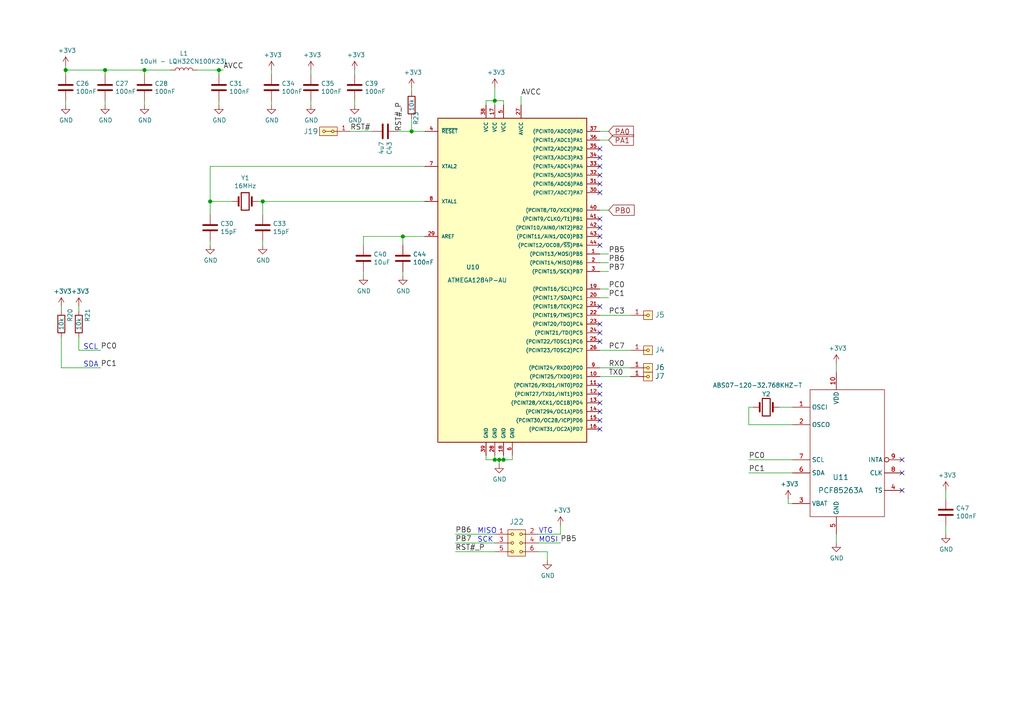
<source format=kicad_sch>
(kicad_sch (version 20201015) (generator eeschema)
  (page 1 3)
  (paper "A4")
  (lib_symbols
    (symbol "Device:Crystal" (pin_numbers hide) (pin_names (offset 1.016) hide)
      (property "Reference" "Y" (at 0 3.81 0))
      (property "Value" "Crystal" (at 0 -3.81 0))
      (symbol "Crystal_0_1"
        (rectangle (start -1.143 2.54) (end 1.143 -2.54) (stroke (width 0.3048)))
        (polyline (pts (xy -2.54 0) (xy -1.905 0)))
        (polyline (pts (xy -1.905 -1.27) (xy -1.905 1.27)) (stroke (width 0.508)))
        (polyline (pts (xy 1.905 -1.27) (xy 1.905 1.27)) (stroke (width 0.508)))
        (polyline (pts (xy 2.54 0) (xy 1.905 0)))
      )
      (symbol "Crystal_1_1"
        (pin passive line (at -3.81 0 0) (length 1.27) (name "1") (number "1"))
        (pin passive line (at 3.81 0 180) (length 1.27) (name "2") (number "2"))
      )
    )
    (symbol "MLAB_HEADER:HEADER_1x01" (pin_names (offset 1.016))
      (property "Reference" "J" (at 0 -2.54 0))
      (property "Value" "HEADER_1x01" (at 0 2.54 0))
      (symbol "HEADER_1x01_0_1"
        (circle (center 0 0) (radius 0.381))
        (rectangle (start -1.27 1.27) (end 1.27 -1.27) (fill (type background)))
        (polyline (pts (xy -1.27 0) (xy -0.381 0)))
      )
      (symbol "HEADER_1x01_1_1"
        (pin input line (at -5.08 0 0) (length 3.81) (name "~") (number "1"))
      )
    )
    (symbol "MLAB_HEADER:HEADER_2x01_PARALLEL" (pin_names (offset 1.016))
      (property "Reference" "J" (at 0 -2.54 0))
      (property "Value" "HEADER_2x01_PARALLEL" (at 0 2.54 0))
      (symbol "HEADER_2x01_PARALLEL_0_1"
        (circle (center -1.27 0) (radius 0.381))
        (circle (center 1.27 0) (radius 0.381))
        (rectangle (start -2.54 1.27) (end 2.54 -1.27) (fill (type background)))
        (polyline (pts (xy -1.651 0) (xy -2.54 0)))
        (polyline (pts (xy -0.889 0) (xy 0.889 0)))
      )
      (symbol "HEADER_2x01_PARALLEL_1_1"
        (pin input line (at -6.35 0 0) (length 3.81) (name "~") (number "1"))
        (pin input line (at -6.35 0 0) (length 3.81) hide (name "~") (number "2"))
      )
    )
    (symbol "MLAB_HEADER:HEADER_2x03" (pin_names (offset 1.016))
      (property "Reference" "J" (at 0 -5.08 0))
      (property "Value" "HEADER_2x03" (at 0 5.08 0))
      (symbol "HEADER_2x03_0_1"
        (circle (center -1.27 2.54) (radius 0.381))
        (circle (center 1.27 2.54) (radius 0.381))
        (circle (center -1.27 0) (radius 0.381))
        (circle (center 1.27 0) (radius 0.381))
        (circle (center -1.27 -2.54) (radius 0.381))
        (circle (center 1.27 -2.54) (radius 0.381))
        (rectangle (start -2.54 3.81) (end 2.54 -3.81) (fill (type background)))
        (polyline (pts (xy -1.651 2.54) (xy -2.54 2.54)))
        (polyline (pts (xy 1.651 2.54) (xy 2.54 2.54)))
        (polyline (pts (xy -1.651 0) (xy -2.54 0)))
        (polyline (pts (xy 1.651 0) (xy 2.54 0)))
        (polyline (pts (xy -1.651 -2.54) (xy -2.54 -2.54)))
        (polyline (pts (xy 1.651 -2.54) (xy 2.54 -2.54)))
      )
      (symbol "HEADER_2x03_1_1"
        (pin input line (at -6.35 2.54 0) (length 3.81) (name "~") (number "1"))
        (pin input line (at 6.35 2.54 180) (length 3.81) (name "~") (number "2"))
        (pin input line (at -6.35 0 0) (length 3.81) (name "~") (number "3"))
        (pin input line (at 6.35 0 180) (length 3.81) (name "~") (number "4"))
        (pin input line (at -6.35 -2.54 0) (length 3.81) (name "~") (number "5"))
        (pin input line (at 6.35 -2.54 180) (length 3.81) (name "~") (number "6"))
      )
    )
    (symbol "MLAB_IO:PCF85263A"
      (property "Reference" "U" (at 5.08 12.7 0))
      (property "Value" "PCF85263A" (at 6.35 8.89 0))
      (symbol "PCF85263A_0_1"
        (rectangle (start -7.62 17.78) (end 13.97 -19.05))
      )
      (symbol "PCF85263A_1_1"
        (pin input line (at -12.7 12.7 0) (length 5.08) (name "OSCI") (number "1"))
        (pin input line (at 0 22.86 270) (length 5.08) (name "VDD") (number "10"))
        (pin input line (at -12.7 7.62 0) (length 5.08) (name "OSCO") (number "2"))
        (pin input line (at -12.7 -15.24 0) (length 5.08) (name "VBAT") (number "3"))
        (pin input line (at 19.05 -11.43 180) (length 5.08) (name "TS") (number "4"))
        (pin input line (at 0 -24.13 90) (length 5.08) (name "GND") (number "5"))
        (pin input line (at -12.7 -6.35 0) (length 5.08) (name "SDA") (number "6"))
        (pin input line (at -12.7 -2.54 0) (length 5.08) (name "SCL") (number "7"))
        (pin input line (at 19.05 -6.35 180) (length 5.08) (name "CLK") (number "8"))
        (pin input inverted (at 19.05 -2.54 180) (length 5.08) (name "INTA") (number "9"))
      )
    )
    (symbol "SPACEDOS01A_PCB01A-rescue:ATMEGA1284P-AU-atmel-DATALOGGER01A-rescue-CCP2019V01A-rescue" (pin_names (offset 1.016))
      (property "Reference" "U" (at -21.59 47.752 0))
      (property "Value" "ATMEGA1284P-AU-atmel-DATALOGGER01A-rescue-CCP2019V01A-rescue" (at 10.16 -49.53 0))
      (symbol "ATMEGA1284P-AU-atmel-DATALOGGER01A-rescue-CCP2019V01A-rescue_0_1"
        (rectangle (start -21.59 46.99) (end 21.59 -46.99) (stroke (width 0.254)) (fill (type background)))
      )
      (symbol "ATMEGA1284P-AU-atmel-DATALOGGER01A-rescue-CCP2019V01A-rescue_1_1"
        (pin bidirectional line (at 25.4 7.62 180) (length 3.81) (name "(PCINT13/MOSI)PB5") (number "1"))
        (pin bidirectional line (at 25.4 -27.94 180) (length 3.81) (name "(PCINT25/TXD0)PD1") (number "10"))
        (pin bidirectional line (at 25.4 -30.48 180) (length 3.81) (name "(PCINT26/RXD1/INT0)PD2") (number "11"))
        (pin bidirectional line (at 25.4 -33.02 180) (length 3.81) (name "(PCINT27/TXD1/INT1)PD3") (number "12"))
        (pin bidirectional line (at 25.4 -35.56 180) (length 3.81) (name "(PCINT28/XCK1/OC1B)PD4") (number "13"))
        (pin bidirectional line (at 25.4 -38.1 180) (length 3.81) (name "(PCINT294/OC1A)PD5") (number "14"))
        (pin bidirectional line (at 25.4 -40.64 180) (length 3.81) (name "(PCINT30/OC2B/ICP)PD6") (number "15"))
        (pin bidirectional line (at 25.4 -43.18 180) (length 3.81) (name "(PCINT31/OC2A)PD7") (number "16"))
        (pin power_in line (at -5.08 50.8 270) (length 3.81) (name "VCC") (number "17"))
        (pin power_in line (at -2.54 -50.8 90) (length 3.81) (name "GND") (number "18"))
        (pin bidirectional line (at 25.4 -2.54 180) (length 3.81) (name "(PCINT16/SCL)PC0") (number "19"))
        (pin bidirectional line (at 25.4 5.08 180) (length 3.81) (name "(PCINT14/MISO)PB6") (number "2"))
        (pin bidirectional line (at 25.4 -5.08 180) (length 3.81) (name "(PCINT17/SDA)PC1") (number "20"))
        (pin bidirectional line (at 25.4 -7.62 180) (length 3.81) (name "(PCINT18/TCK)PC2") (number "21"))
        (pin bidirectional line (at 25.4 -10.16 180) (length 3.81) (name "(PCINT19/TMS)PC3") (number "22"))
        (pin bidirectional line (at 25.4 -12.7 180) (length 3.81) (name "(PCINT20/TDO)PC4") (number "23"))
        (pin bidirectional line (at 25.4 -15.24 180) (length 3.81) (name "(PCINT21/TDI)PC5") (number "24"))
        (pin bidirectional line (at 25.4 -17.78 180) (length 3.81) (name "(PCINT22/TOSC1)PC6") (number "25"))
        (pin bidirectional line (at 25.4 -20.32 180) (length 3.81) (name "(PCINT23/TOSC2)PC7") (number "26"))
        (pin power_in line (at 2.54 50.8 270) (length 3.81) (name "AVCC") (number "27"))
        (pin power_in line (at -5.08 -50.8 90) (length 3.81) (name "GND") (number "28"))
        (pin power_in line (at -25.4 12.7 0) (length 3.81) (name "AREF") (number "29"))
        (pin bidirectional line (at 25.4 2.54 180) (length 3.81) (name "(PCINT15/SCK)PB7") (number "3"))
        (pin bidirectional line (at 25.4 25.4 180) (length 3.81) (name "(PCINT7/ADC7)PA7") (number "30"))
        (pin bidirectional line (at 25.4 27.94 180) (length 3.81) (name "(PCINT6/ADC6)PA6") (number "31"))
        (pin bidirectional line (at 25.4 30.48 180) (length 3.81) (name "(PCINT5/ADC5)PA5") (number "32"))
        (pin bidirectional line (at 25.4 33.02 180) (length 3.81) (name "(PCINT4/ADC4)PA4") (number "33"))
        (pin bidirectional line (at 25.4 35.56 180) (length 3.81) (name "(PCINT3/ADC3)PA3") (number "34"))
        (pin bidirectional line (at 25.4 38.1 180) (length 3.81) (name "(PCINT2/ADC2)PA2") (number "35"))
        (pin bidirectional line (at 25.4 40.64 180) (length 3.81) (name "(PCINT1/ADC1)PA1") (number "36"))
        (pin bidirectional line (at 25.4 43.18 180) (length 3.81) (name "(PCINT0/ADC0)PA0") (number "37"))
        (pin power_in line (at -7.62 50.8 270) (length 3.81) (name "VCC") (number "38"))
        (pin power_in line (at -7.62 -50.8 90) (length 3.81) (name "GND") (number "39"))
        (pin input line (at -25.4 43.18 0) (length 3.81) (name "~RESET") (number "4"))
        (pin bidirectional line (at 25.4 20.32 180) (length 3.81) (name "(PCINT8/T0/XCK)PB0") (number "40"))
        (pin bidirectional line (at 25.4 17.78 180) (length 3.81) (name "(PCINT9/CLKO/T1)PB1") (number "41"))
        (pin bidirectional line (at 25.4 15.24 180) (length 3.81) (name "(PCINT10/AIN0/INT2)PB2") (number "42"))
        (pin bidirectional line (at 25.4 12.7 180) (length 3.81) (name "(PCINT11/AIN1/OC0)PB3") (number "43"))
        (pin bidirectional line (at 25.4 10.16 180) (length 3.81) (name "(PCINT12/OC0B/~SS~)PB4") (number "44"))
        (pin power_in line (at -2.54 50.8 270) (length 3.81) (name "VCC") (number "5"))
        (pin power_in line (at 0 -50.8 90) (length 3.81) (name "GND") (number "6"))
        (pin bidirectional line (at -25.4 33.02 0) (length 3.81) (name "XTAL2") (number "7"))
        (pin bidirectional line (at -25.4 22.86 0) (length 3.81) (name "XTAL1") (number "8"))
        (pin bidirectional line (at 25.4 -25.4 180) (length 3.81) (name "(PCINT24/RXD0)PD0") (number "9"))
      )
    )
    (symbol "SPACEDOS01A_PCB01A-rescue:C-device-DATALOGGER01A-rescue-CCP2019V01A-rescue" (pin_numbers hide) (pin_names (offset 0.254))
      (property "Reference" "C" (at 0.635 2.54 0))
      (property "Value" "C-device-DATALOGGER01A-rescue-CCP2019V01A-rescue" (at 0.635 -2.54 0))
      (symbol "C-device-DATALOGGER01A-rescue-CCP2019V01A-rescue_0_1"
        (polyline (pts (xy -2.032 -0.762) (xy 2.032 -0.762)) (stroke (width 0.508)))
        (polyline (pts (xy -2.032 0.762) (xy 2.032 0.762)) (stroke (width 0.508)))
      )
      (symbol "C-device-DATALOGGER01A-rescue-CCP2019V01A-rescue_1_1"
        (pin passive line (at 0 3.81 270) (length 2.794) (name "~") (number "1"))
        (pin passive line (at 0 -3.81 90) (length 2.794) (name "~") (number "2"))
      )
    )
    (symbol "SPACEDOS01A_PCB01A-rescue:Crystal-device-DATALOGGER01A-rescue-CCP2019V01A-rescue" (pin_numbers hide) (pin_names (offset 1.016) hide)
      (property "Reference" "Y" (at 0 3.81 0))
      (property "Value" "Crystal-device-DATALOGGER01A-rescue-CCP2019V01A-rescue" (at 0 -3.81 0))
      (symbol "Crystal-device-DATALOGGER01A-rescue-CCP2019V01A-rescue_0_1"
        (rectangle (start -1.143 2.54) (end 1.143 -2.54) (stroke (width 0.3048)))
        (polyline (pts (xy -2.54 0) (xy -1.905 0)))
        (polyline (pts (xy -1.905 -1.27) (xy -1.905 1.27)) (stroke (width 0.508)))
        (polyline (pts (xy 1.905 -1.27) (xy 1.905 1.27)) (stroke (width 0.508)))
        (polyline (pts (xy 2.54 0) (xy 1.905 0)))
      )
      (symbol "Crystal-device-DATALOGGER01A-rescue-CCP2019V01A-rescue_1_1"
        (pin passive line (at -3.81 0 0) (length 1.27) (name "1") (number "1"))
        (pin passive line (at 3.81 0 180) (length 1.27) (name "2") (number "2"))
      )
    )
    (symbol "SPACEDOS01A_PCB01A-rescue:L-device-DATALOGGER01A-rescue-CCP2019V01A-rescue" (pin_numbers hide) (pin_names (offset 1.016) hide)
      (property "Reference" "L" (at -1.27 0 90))
      (property "Value" "L-device-DATALOGGER01A-rescue-CCP2019V01A-rescue" (at 1.905 0 90))
      (symbol "L-device-DATALOGGER01A-rescue-CCP2019V01A-rescue_0_1"
        (arc (start 0 -2.54) (end 0 -1.27) (radius (at 0 -1.905) (length 0.635) (angles -89.9 89.9)))
        (arc (start 0 -1.27) (end 0 0) (radius (at 0 -0.635) (length 0.635) (angles -89.9 89.9)))
        (arc (start 0 0) (end 0 1.27) (radius (at 0 0.635) (length 0.635) (angles -89.9 89.9)))
        (arc (start 0 1.27) (end 0 2.54) (radius (at 0 1.905) (length 0.635) (angles -89.9 89.9)))
      )
      (symbol "L-device-DATALOGGER01A-rescue-CCP2019V01A-rescue_1_1"
        (pin passive line (at 0 3.81 270) (length 1.27) (name "1") (number "1"))
        (pin passive line (at 0 -3.81 90) (length 1.27) (name "2") (number "2"))
      )
    )
    (symbol "SPACEDOS01A_PCB01A-rescue:R-device-DATALOGGER01A-rescue-CCP2019V01A-rescue" (pin_numbers hide) (pin_names (offset 0))
      (property "Reference" "R" (at 2.032 0 90))
      (property "Value" "R-device-DATALOGGER01A-rescue-CCP2019V01A-rescue" (at 0 0 90))
      (symbol "R-device-DATALOGGER01A-rescue-CCP2019V01A-rescue_0_1"
        (rectangle (start -1.016 -2.54) (end 1.016 2.54) (stroke (width 0.254)))
      )
      (symbol "R-device-DATALOGGER01A-rescue-CCP2019V01A-rescue_1_1"
        (pin passive line (at 0 3.81 270) (length 1.27) (name "~") (number "1"))
        (pin passive line (at 0 -3.81 90) (length 1.27) (name "~") (number "2"))
      )
    )
    (symbol "power:+3.3V" (power) (pin_names (offset 0))
      (property "Value" "+3.3V" (at 0 3.556 0))
      (symbol "+3.3V_0_1"
        (polyline (pts (xy -0.762 1.27) (xy 0 2.54)))
        (polyline (pts (xy 0 0) (xy 0 2.54)))
        (polyline (pts (xy 0 2.54) (xy 0.762 1.27)))
      )
      (symbol "+3.3V_1_1"
        (pin power_in line (at 0 0 90) (length 0) hide (name "+3V3") (number "1"))
      )
    )
    (symbol "power:GND" (power) (pin_names (offset 0))
      (property "Value" "GND" (at 0 -3.81 0))
      (symbol "GND_0_1"
        (polyline (pts (xy 0 0) (xy 0 -1.27) (xy 1.27 -1.27) (xy 0 -2.54) (xy -1.27 -1.27) (xy 0 -1.27)))
      )
      (symbol "GND_1_1"
        (pin power_in line (at 0 0 270) (length 0) hide (name "GND") (number "1"))
      )
    )
  )
  (junction (at 19.05 20.32) (diameter 1.016))
  (junction (at 30.48 20.32) (diameter 1.016))
  (junction (at 41.91 20.32) (diameter 1.016))
  (junction (at 60.96 58.42) (diameter 1.016))
  (junction (at 63.5 20.32) (diameter 1.016))
  (junction (at 76.2 58.42) (diameter 1.016))
  (junction (at 116.84 68.58) (diameter 1.016))
  (junction (at 119.38 38.1) (diameter 1.016))
  (junction (at 143.51 29.21) (diameter 1.016))
  (junction (at 143.51 133.35) (diameter 1.016))
  (junction (at 144.78 133.35) (diameter 1.016))
  (junction (at 146.05 133.35) (diameter 1.016))
  (no_connect (at 173.99 45.72))
  (no_connect (at 173.99 88.9))
  (no_connect (at 173.99 116.84))
  (no_connect (at 173.99 96.52))
  (no_connect (at 173.99 119.38))
  (no_connect (at 173.99 111.76))
  (no_connect (at 173.99 71.12))
  (no_connect (at 173.99 43.18))
  (no_connect (at 261.62 133.35))
  (no_connect (at 173.99 50.8))
  (no_connect (at 173.99 124.46))
  (no_connect (at 173.99 66.04))
  (no_connect (at 173.99 68.58))
  (no_connect (at 173.99 63.5))
  (no_connect (at 173.99 114.3))
  (no_connect (at 173.99 48.26))
  (no_connect (at 173.99 93.98))
  (no_connect (at 261.62 142.24))
  (no_connect (at 173.99 55.88))
  (no_connect (at 173.99 121.92))
  (no_connect (at 261.62 137.16))
  (no_connect (at 173.99 99.06))
  (no_connect (at 173.99 53.34))
  (wire (pts (xy 17.78 88.9) (xy 17.78 90.17)))
  (wire (pts (xy 17.78 97.79) (xy 17.78 106.68)))
  (wire (pts (xy 17.78 106.68) (xy 29.21 106.68)))
  (wire (pts (xy 19.05 20.32) (xy 19.05 19.05)))
  (wire (pts (xy 19.05 20.32) (xy 30.48 20.32)))
  (wire (pts (xy 19.05 21.59) (xy 19.05 20.32)))
  (wire (pts (xy 19.05 30.48) (xy 19.05 29.21)))
  (wire (pts (xy 22.86 88.9) (xy 22.86 90.17)))
  (wire (pts (xy 22.86 97.79) (xy 22.86 101.6)))
  (wire (pts (xy 22.86 101.6) (xy 29.21 101.6)))
  (wire (pts (xy 30.48 20.32) (xy 41.91 20.32)))
  (wire (pts (xy 30.48 21.59) (xy 30.48 20.32)))
  (wire (pts (xy 30.48 30.48) (xy 30.48 29.21)))
  (wire (pts (xy 41.91 20.32) (xy 49.53 20.32)))
  (wire (pts (xy 41.91 21.59) (xy 41.91 20.32)))
  (wire (pts (xy 41.91 30.48) (xy 41.91 29.21)))
  (wire (pts (xy 57.15 20.32) (xy 63.5 20.32)))
  (wire (pts (xy 60.96 48.26) (xy 60.96 58.42)))
  (wire (pts (xy 60.96 48.26) (xy 123.19 48.26)))
  (wire (pts (xy 60.96 58.42) (xy 60.96 62.23)))
  (wire (pts (xy 60.96 71.12) (xy 60.96 69.85)))
  (wire (pts (xy 63.5 20.32) (xy 63.5 21.59)))
  (wire (pts (xy 63.5 30.48) (xy 63.5 29.21)))
  (wire (pts (xy 64.77 20.32) (xy 63.5 20.32)))
  (wire (pts (xy 67.31 58.42) (xy 60.96 58.42)))
  (wire (pts (xy 76.2 58.42) (xy 74.93 58.42)))
  (wire (pts (xy 76.2 58.42) (xy 76.2 62.23)))
  (wire (pts (xy 76.2 58.42) (xy 123.19 58.42)))
  (wire (pts (xy 76.2 71.12) (xy 76.2 69.85)))
  (wire (pts (xy 78.74 20.32) (xy 78.74 21.59)))
  (wire (pts (xy 78.74 30.48) (xy 78.74 29.21)))
  (wire (pts (xy 90.17 20.32) (xy 90.17 21.59)))
  (wire (pts (xy 90.17 30.48) (xy 90.17 29.21)))
  (wire (pts (xy 101.6 38.1) (xy 107.95 38.1)))
  (wire (pts (xy 102.87 20.32) (xy 102.87 21.59)))
  (wire (pts (xy 102.87 30.48) (xy 102.87 29.21)))
  (wire (pts (xy 105.41 68.58) (xy 105.41 71.12)))
  (wire (pts (xy 105.41 68.58) (xy 116.84 68.58)))
  (wire (pts (xy 105.41 80.01) (xy 105.41 78.74)))
  (wire (pts (xy 115.57 38.1) (xy 119.38 38.1)))
  (wire (pts (xy 116.84 68.58) (xy 123.19 68.58)))
  (wire (pts (xy 116.84 71.12) (xy 116.84 68.58)))
  (wire (pts (xy 116.84 80.01) (xy 116.84 78.74)))
  (wire (pts (xy 119.38 26.67) (xy 119.38 25.4)))
  (wire (pts (xy 119.38 34.29) (xy 119.38 38.1)))
  (wire (pts (xy 119.38 38.1) (xy 123.19 38.1)))
  (wire (pts (xy 132.08 154.94) (xy 143.51 154.94)))
  (wire (pts (xy 132.08 157.48) (xy 143.51 157.48)))
  (wire (pts (xy 132.08 160.02) (xy 143.51 160.02)))
  (wire (pts (xy 140.97 29.21) (xy 143.51 29.21)))
  (wire (pts (xy 140.97 30.48) (xy 140.97 29.21)))
  (wire (pts (xy 140.97 132.08) (xy 140.97 133.35)))
  (wire (pts (xy 140.97 133.35) (xy 143.51 133.35)))
  (wire (pts (xy 143.51 29.21) (xy 143.51 25.4)))
  (wire (pts (xy 143.51 29.21) (xy 146.05 29.21)))
  (wire (pts (xy 143.51 30.48) (xy 143.51 29.21)))
  (wire (pts (xy 143.51 132.08) (xy 143.51 133.35)))
  (wire (pts (xy 143.51 133.35) (xy 144.78 133.35)))
  (wire (pts (xy 144.78 133.35) (xy 146.05 133.35)))
  (wire (pts (xy 144.78 134.62) (xy 144.78 133.35)))
  (wire (pts (xy 146.05 29.21) (xy 146.05 30.48)))
  (wire (pts (xy 146.05 132.08) (xy 146.05 133.35)))
  (wire (pts (xy 146.05 133.35) (xy 148.59 133.35)))
  (wire (pts (xy 148.59 133.35) (xy 148.59 132.08)))
  (wire (pts (xy 151.13 30.48) (xy 151.13 27.94)))
  (wire (pts (xy 156.21 154.94) (xy 162.56 154.94)))
  (wire (pts (xy 156.21 157.48) (xy 162.56 157.48)))
  (wire (pts (xy 156.21 160.02) (xy 158.75 160.02)))
  (wire (pts (xy 158.75 160.02) (xy 158.75 162.56)))
  (wire (pts (xy 162.56 154.94) (xy 162.56 152.4)))
  (wire (pts (xy 173.99 38.1) (xy 176.53 38.1)))
  (wire (pts (xy 173.99 40.64) (xy 176.53 40.64)))
  (wire (pts (xy 173.99 60.96) (xy 176.53 60.96)))
  (wire (pts (xy 173.99 73.66) (xy 176.53 73.66)))
  (wire (pts (xy 173.99 76.2) (xy 176.53 76.2)))
  (wire (pts (xy 173.99 78.74) (xy 176.53 78.74)))
  (wire (pts (xy 173.99 83.82) (xy 176.53 83.82)))
  (wire (pts (xy 173.99 86.36) (xy 176.53 86.36)))
  (wire (pts (xy 173.99 91.44) (xy 182.88 91.44)))
  (wire (pts (xy 173.99 101.6) (xy 182.88 101.6)))
  (wire (pts (xy 173.99 106.68) (xy 182.88 106.68)))
  (wire (pts (xy 173.99 109.22) (xy 182.88 109.22)))
  (wire (pts (xy 217.17 118.11) (xy 217.17 123.19)))
  (wire (pts (xy 217.17 123.19) (xy 229.87 123.19)))
  (wire (pts (xy 217.17 137.16) (xy 229.87 137.16)))
  (wire (pts (xy 218.44 118.11) (xy 217.17 118.11)))
  (wire (pts (xy 228.6 144.78) (xy 228.6 146.05)))
  (wire (pts (xy 228.6 146.05) (xy 229.87 146.05)))
  (wire (pts (xy 229.87 118.11) (xy 226.06 118.11)))
  (wire (pts (xy 229.87 133.35) (xy 217.17 133.35)))
  (wire (pts (xy 242.57 107.95) (xy 242.57 105.41)))
  (wire (pts (xy 242.57 157.48) (xy 242.57 154.94)))
  (wire (pts (xy 274.32 142.24) (xy 274.32 144.78)))
  (wire (pts (xy 274.32 152.4) (xy 274.32 154.94)))
  (text "SCL" (at 24.13 101.6 0) (effects (font (size 1.524 1.524)) (justify left bottom)))
  (text "SDA" (at 24.13 106.68 0) (effects (font (size 1.524 1.524)) (justify left bottom)))
  (text "MISO" (at 138.43 154.94 0) (effects (font (size 1.524 1.524)) (justify left bottom)))
  (text "SCK" (at 138.43 157.48 0) (effects (font (size 1.524 1.524)) (justify left bottom)))
  (text "VTG" (at 156.21 154.94 0) (effects (font (size 1.524 1.524)) (justify left bottom)))
  (text "MOSI" (at 156.21 157.48 0) (effects (font (size 1.524 1.524)) (justify left bottom)))
  (label "PC0" (at 29.21 101.6 0) (effects (font (size 1.524 1.524))))
  (label "PC1" (at 29.21 106.68 0) (effects (font (size 1.524 1.524))))
  (label "AVCC" (at 64.77 20.32 0) (effects (font (size 1.524 1.524))))
  (label "RST#" (at 101.6 38.1 0) (effects (font (size 1.524 1.524))))
  (label "RST#_P" (at 116.84 38.1 90) (effects (font (size 1.524 1.524))))
  (label "PB6" (at 132.08 154.94 0) (effects (font (size 1.524 1.524))))
  (label "PB7" (at 132.08 157.48 0) (effects (font (size 1.524 1.524))))
  (label "RST#_P" (at 132.08 160.02 0) (effects (font (size 1.524 1.524))))
  (label "AVCC" (at 151.13 27.94 0) (effects (font (size 1.524 1.524))))
  (label "PB5" (at 162.56 157.48 0) (effects (font (size 1.524 1.524))))
  (label "PB5" (at 176.53 73.66 0) (effects (font (size 1.524 1.524))))
  (label "PB6" (at 176.53 76.2 0) (effects (font (size 1.524 1.524))))
  (label "PB7" (at 176.53 78.74 0) (effects (font (size 1.524 1.524))))
  (label "PC0" (at 176.53 83.82 0) (effects (font (size 1.524 1.524))))
  (label "PC1" (at 176.53 86.36 0) (effects (font (size 1.524 1.524))))
  (label "PC3" (at 176.53 91.44 0) (effects (font (size 1.524 1.524))))
  (label "PC7" (at 176.53 101.6 0) (effects (font (size 1.524 1.524))))
  (label "RX0" (at 176.53 106.68 0) (effects (font (size 1.524 1.524))))
  (label "TX0" (at 176.53 109.22 0) (effects (font (size 1.524 1.524))))
  (label "PC0" (at 217.17 133.35 0) (effects (font (size 1.524 1.524))))
  (label "PC1" (at 217.17 137.16 0) (effects (font (size 1.524 1.524))))
  (global_label "PA0" (shape input) (at 176.53 38.1 0) (effects (font (size 1.524 1.524))))
  (global_label "PA1" (shape input) (at 176.53 40.64 0) (effects (font (size 1.524 1.524))))
  (global_label "PB0" (shape input) (at 176.53 60.96 0) (effects (font (size 1.524 1.524))))
  (symbol (lib_id "power:+3.3V") (at 17.78 88.9 0) (unit 1)
    (property "Reference" "#PWR0146" (effects hide))
    (property "Value" "+3.3V" (at 18.161 84.5058 0))
  )
  (symbol (lib_id "power:+3.3V") (at 19.05 19.05 0) (unit 1)
    (property "Reference" "#PWR0118" (effects hide))
    (property "Value" "+3.3V" (at 19.431 14.6558 0))
  )
  (symbol (lib_id "power:+3.3V") (at 22.86 88.9 0) (unit 1)
    (property "Reference" "#PWR0147" (effects hide))
    (property "Value" "+3.3V" (at 23.241 84.5058 0))
  )
  (symbol (lib_id "power:+3.3V") (at 78.74 20.32 0) (unit 1)
    (property "Reference" "#PWR0120" (effects hide))
    (property "Value" "+3.3V" (at 79.121 15.9258 0))
  )
  (symbol (lib_id "power:+3.3V") (at 90.17 20.32 0) (unit 1)
    (property "Reference" "#PWR0130" (effects hide))
    (property "Value" "+3.3V" (at 90.551 15.9258 0))
  )
  (symbol (lib_id "power:+3.3V") (at 102.87 20.32 0) (unit 1)
    (property "Reference" "#PWR0131" (effects hide))
    (property "Value" "+3.3V" (at 103.251 15.9258 0))
  )
  (symbol (lib_id "power:+3.3V") (at 119.38 25.4 0) (unit 1)
    (property "Reference" "#PWR0132" (effects hide))
    (property "Value" "+3.3V" (at 119.761 21.0058 0))
  )
  (symbol (lib_id "power:+3.3V") (at 143.51 25.4 0) (unit 1)
    (property "Reference" "#PWR0135" (effects hide))
    (property "Value" "+3.3V" (at 143.891 21.0058 0))
  )
  (symbol (lib_id "power:+3.3V") (at 162.56 152.4 0) (unit 1)
    (property "Reference" "#PWR0145" (effects hide))
    (property "Value" "+3.3V" (at 162.941 148.0058 0))
  )
  (symbol (lib_id "power:+3.3V") (at 228.6 144.78 0) (unit 1)
    (property "Reference" "#PWR0108" (effects hide))
    (property "Value" "+3.3V" (at 228.981 140.3858 0))
  )
  (symbol (lib_id "power:+3.3V") (at 242.57 105.41 0) (unit 1)
    (property "Reference" "#PWR0143" (effects hide))
    (property "Value" "+3.3V" (at 242.951 101.0158 0))
  )
  (symbol (lib_id "power:+3.3V") (at 274.32 142.24 0) (unit 1)
    (property "Reference" "#PWR0144" (effects hide))
    (property "Value" "+3.3V" (at 274.701 137.8458 0))
  )
  (symbol (lib_id "SPACEDOS01A_PCB01A-rescue:L-device-DATALOGGER01A-rescue-CCP2019V01A-rescue") (at 53.34 20.32 90) (unit 1)
    (property "Reference" "L1" (at 53.34 15.494 90))
    (property "Value" "10uH - LQH32CN100K23L" (at 53.34 17.8054 90))
    (property "Footprint" "Mlab_R:SMD-1210" (effects hide))
  )
  (symbol (lib_id "power:GND") (at 19.05 30.48 0) (unit 1)
    (property "Reference" "#PWR0121" (effects hide))
    (property "Value" "GND" (at 19.177 34.8742 0))
  )
  (symbol (lib_id "power:GND") (at 30.48 30.48 0) (unit 1)
    (property "Reference" "#PWR0122" (effects hide))
    (property "Value" "GND" (at 30.607 34.8742 0))
  )
  (symbol (lib_id "power:GND") (at 41.91 30.48 0) (unit 1)
    (property "Reference" "#PWR0123" (effects hide))
    (property "Value" "GND" (at 42.037 34.8742 0))
  )
  (symbol (lib_id "power:GND") (at 60.96 71.12 0) (unit 1)
    (property "Reference" "#PWR0127" (effects hide))
    (property "Value" "GND" (at 61.087 75.5142 0))
  )
  (symbol (lib_id "power:GND") (at 63.5 30.48 0) (unit 1)
    (property "Reference" "#PWR0124" (effects hide))
    (property "Value" "GND" (at 63.627 34.8742 0))
  )
  (symbol (lib_id "power:GND") (at 76.2 71.12 0) (unit 1)
    (property "Reference" "#PWR0126" (effects hide))
    (property "Value" "GND" (at 76.327 75.5142 0))
  )
  (symbol (lib_id "power:GND") (at 78.74 30.48 0) (unit 1)
    (property "Reference" "#PWR0154" (effects hide))
    (property "Value" "GND" (at 78.867 34.8742 0))
  )
  (symbol (lib_id "power:GND") (at 90.17 30.48 0) (unit 1)
    (property "Reference" "#PWR0156" (effects hide))
    (property "Value" "GND" (at 90.297 34.8742 0))
  )
  (symbol (lib_id "power:GND") (at 102.87 30.48 0) (unit 1)
    (property "Reference" "#PWR0158" (effects hide))
    (property "Value" "GND" (at 102.997 34.8742 0))
  )
  (symbol (lib_id "power:GND") (at 105.41 80.01 0) (unit 1)
    (property "Reference" "#PWR0117" (effects hide))
    (property "Value" "GND" (at 105.537 84.4042 0))
  )
  (symbol (lib_id "power:GND") (at 116.84 80.01 0) (unit 1)
    (property "Reference" "#PWR0116" (effects hide))
    (property "Value" "GND" (at 116.967 84.4042 0))
  )
  (symbol (lib_id "power:GND") (at 144.78 134.62 0) (unit 1)
    (property "Reference" "#PWR0129" (effects hide))
    (property "Value" "GND" (at 144.907 139.0142 0))
  )
  (symbol (lib_id "power:GND") (at 158.75 162.56 0) (unit 1)
    (property "Reference" "#PWR0153" (effects hide))
    (property "Value" "GND" (at 158.877 166.9542 0))
  )
  (symbol (lib_id "power:GND") (at 242.57 157.48 0) (unit 1)
    (property "Reference" "#PWR0133" (effects hide))
    (property "Value" "GND" (at 242.697 161.8742 0))
  )
  (symbol (lib_id "power:GND") (at 274.32 154.94 0) (unit 1)
    (property "Reference" "#PWR0134" (effects hide))
    (property "Value" "GND" (at 274.447 159.3342 0))
  )
  (symbol (lib_id "MLAB_HEADER:HEADER_1x01") (at 187.96 91.44 0) (unit 1)
    (property "Reference" "J5" (at 189.9412 91.313 0) (effects (font (size 1.524 1.524)) (justify left)))
    (property "Value" "HEADER_1x01" (effects hide))
    (property "Footprint" "Mlab_Pin_Headers:Straight_1x01" (effects hide))
  )
  (symbol (lib_id "MLAB_HEADER:HEADER_1x01") (at 187.96 101.6 0) (unit 1)
    (property "Reference" "J4" (at 189.9412 101.473 0) (effects (font (size 1.524 1.524)) (justify left)))
    (property "Value" "HEADER_1x01" (effects hide))
    (property "Footprint" "Mlab_Pin_Headers:Straight_1x01" (effects hide))
  )
  (symbol (lib_id "MLAB_HEADER:HEADER_1x01") (at 187.96 106.68 0) (unit 1)
    (property "Reference" "J6" (at 189.9412 106.553 0) (effects (font (size 1.524 1.524)) (justify left)))
    (property "Value" "HEADER_1x01" (effects hide))
    (property "Footprint" "Mlab_Pin_Headers:Straight_1x01" (effects hide))
  )
  (symbol (lib_id "MLAB_HEADER:HEADER_1x01") (at 187.96 109.22 0) (unit 1)
    (property "Reference" "J7" (at 189.9412 109.093 0) (effects (font (size 1.524 1.524)) (justify left)))
    (property "Value" "HEADER_1x01" (effects hide))
    (property "Footprint" "Mlab_Pin_Headers:Straight_1x01" (effects hide))
  )
  (symbol (lib_id "SPACEDOS01A_PCB01A-rescue:R-device-DATALOGGER01A-rescue-CCP2019V01A-rescue") (at 17.78 93.98 180) (unit 1)
    (property "Reference" "R20" (at 20.32 91.44 90))
    (property "Value" "10k" (at 17.78 93.98 90))
    (property "Footprint" "Mlab_R:SMD-0805" (effects hide))
  )
  (symbol (lib_id "SPACEDOS01A_PCB01A-rescue:R-device-DATALOGGER01A-rescue-CCP2019V01A-rescue") (at 22.86 93.98 180) (unit 1)
    (property "Reference" "R21" (at 25.4 91.44 90))
    (property "Value" "10k" (at 22.86 93.98 90))
    (property "Footprint" "Mlab_R:SMD-0805" (effects hide))
  )
  (symbol (lib_id "SPACEDOS01A_PCB01A-rescue:R-device-DATALOGGER01A-rescue-CCP2019V01A-rescue") (at 119.38 30.48 180) (unit 1)
    (property "Reference" "R23" (at 120.65 34.29 90))
    (property "Value" "10k" (at 119.38 30.48 90))
    (property "Footprint" "Mlab_R:SMD-0805" (effects hide))
  )
  (symbol (lib_id "MLAB_HEADER:HEADER_2x01_PARALLEL") (at 95.25 38.1 180) (unit 1)
    (property "Reference" "J19" (at 90.17 38.1 0) (effects (font (size 1.524 1.524))))
    (property "Value" "HEADER_2x01_PARALLEL" (effects hide))
    (property "Footprint" "Mlab_Pin_Headers:Straight_2x01" (effects hide))
  )
  (symbol (lib_id "SPACEDOS01A_PCB01A-rescue:C-device-DATALOGGER01A-rescue-CCP2019V01A-rescue") (at 19.05 25.4 0) (unit 1)
    (property "Reference" "C26" (at 21.971 24.2316 0) (effects (justify left)))
    (property "Value" "100nF" (at 21.971 26.543 0) (effects (justify left)))
    (property "Footprint" "Mlab_R:SMD-0805" (effects hide))
  )
  (symbol (lib_id "SPACEDOS01A_PCB01A-rescue:C-device-DATALOGGER01A-rescue-CCP2019V01A-rescue") (at 30.48 25.4 0) (unit 1)
    (property "Reference" "C27" (at 33.401 24.2316 0) (effects (justify left)))
    (property "Value" "100nF" (at 33.401 26.543 0) (effects (justify left)))
    (property "Footprint" "Mlab_R:SMD-0805" (effects hide))
  )
  (symbol (lib_id "SPACEDOS01A_PCB01A-rescue:C-device-DATALOGGER01A-rescue-CCP2019V01A-rescue") (at 41.91 25.4 0) (unit 1)
    (property "Reference" "C28" (at 44.831 24.2316 0) (effects (justify left)))
    (property "Value" "100nF" (at 44.831 26.543 0) (effects (justify left)))
    (property "Footprint" "Mlab_R:SMD-0805" (effects hide))
  )
  (symbol (lib_id "SPACEDOS01A_PCB01A-rescue:C-device-DATALOGGER01A-rescue-CCP2019V01A-rescue") (at 60.96 66.04 0) (unit 1)
    (property "Reference" "C30" (at 63.881 64.8716 0) (effects (justify left)))
    (property "Value" "15pF" (at 63.881 67.183 0) (effects (justify left)))
    (property "Footprint" "Mlab_R:SMD-0805" (effects hide))
  )
  (symbol (lib_id "SPACEDOS01A_PCB01A-rescue:C-device-DATALOGGER01A-rescue-CCP2019V01A-rescue") (at 63.5 25.4 0) (unit 1)
    (property "Reference" "C31" (at 66.421 24.2316 0) (effects (justify left)))
    (property "Value" "100nF" (at 66.421 26.543 0) (effects (justify left)))
    (property "Footprint" "Mlab_R:SMD-0805" (effects hide))
  )
  (symbol (lib_id "SPACEDOS01A_PCB01A-rescue:C-device-DATALOGGER01A-rescue-CCP2019V01A-rescue") (at 76.2 66.04 0) (unit 1)
    (property "Reference" "C33" (at 79.121 64.8716 0) (effects (justify left)))
    (property "Value" "15pF" (at 79.121 67.183 0) (effects (justify left)))
    (property "Footprint" "Mlab_R:SMD-0805" (effects hide))
  )
  (symbol (lib_id "SPACEDOS01A_PCB01A-rescue:C-device-DATALOGGER01A-rescue-CCP2019V01A-rescue") (at 78.74 25.4 0) (unit 1)
    (property "Reference" "C34" (at 81.661 24.2316 0) (effects (justify left)))
    (property "Value" "100nF" (at 81.661 26.543 0) (effects (justify left)))
    (property "Footprint" "Mlab_R:SMD-0805" (effects hide))
  )
  (symbol (lib_id "SPACEDOS01A_PCB01A-rescue:C-device-DATALOGGER01A-rescue-CCP2019V01A-rescue") (at 90.17 25.4 0) (unit 1)
    (property "Reference" "C35" (at 93.091 24.2316 0) (effects (justify left)))
    (property "Value" "100nF" (at 93.091 26.543 0) (effects (justify left)))
    (property "Footprint" "Mlab_R:SMD-0805" (effects hide))
  )
  (symbol (lib_id "SPACEDOS01A_PCB01A-rescue:C-device-DATALOGGER01A-rescue-CCP2019V01A-rescue") (at 102.87 25.4 0) (unit 1)
    (property "Reference" "C39" (at 105.791 24.2316 0) (effects (justify left)))
    (property "Value" "100nF" (at 105.791 26.543 0) (effects (justify left)))
    (property "Footprint" "Mlab_R:SMD-0805" (effects hide))
  )
  (symbol (lib_id "SPACEDOS01A_PCB01A-rescue:C-device-DATALOGGER01A-rescue-CCP2019V01A-rescue") (at 105.41 74.93 0) (unit 1)
    (property "Reference" "C40" (at 108.331 73.7616 0) (effects (justify left)))
    (property "Value" "10uF" (at 108.331 76.073 0) (effects (justify left)))
    (property "Footprint" "Mlab_R:SMD-0805" (effects hide))
  )
  (symbol (lib_id "SPACEDOS01A_PCB01A-rescue:C-device-DATALOGGER01A-rescue-CCP2019V01A-rescue") (at 111.76 38.1 270) (unit 1)
    (property "Reference" "C43" (at 112.9284 41.021 0) (effects (justify left)))
    (property "Value" "4u7" (at 110.617 41.021 0) (effects (justify left)))
    (property "Footprint" "Mlab_R:SMD-0805" (effects hide))
  )
  (symbol (lib_id "SPACEDOS01A_PCB01A-rescue:C-device-DATALOGGER01A-rescue-CCP2019V01A-rescue") (at 116.84 74.93 0) (unit 1)
    (property "Reference" "C44" (at 119.761 73.7616 0) (effects (justify left)))
    (property "Value" "100nF" (at 119.761 76.073 0) (effects (justify left)))
    (property "Footprint" "Mlab_R:SMD-0805" (effects hide))
  )
  (symbol (lib_id "SPACEDOS01A_PCB01A-rescue:C-device-DATALOGGER01A-rescue-CCP2019V01A-rescue") (at 274.32 148.59 0) (unit 1)
    (property "Reference" "C47" (at 277.241 147.4216 0) (effects (justify left)))
    (property "Value" "100nF" (at 277.241 149.733 0) (effects (justify left)))
    (property "Footprint" "Mlab_R:SMD-0805" (effects hide))
  )
  (symbol (lib_id "Device:Crystal") (at 71.12 58.42 0) (unit 1)
    (property "Reference" "Y1" (at 71.12 51.6128 0))
    (property "Value" "16MHz" (at 71.12 53.9242 0))
    (property "Footprint" "Mlab_XTAL:Crystal_HC49-4H_Vertical" (effects hide))
  )
  (symbol (lib_id "SPACEDOS01A_PCB01A-rescue:Crystal-device-DATALOGGER01A-rescue-CCP2019V01A-rescue") (at 222.25 118.11 0) (unit 1)
    (property "Reference" "Y2" (at 222.25 114.3 0))
    (property "Value" "ABS07-120-32.768KHZ-T" (at 219.71 111.76 0))
    (property "Footprint" "Mlab_XTAL:ABS07" (effects hide))
  )
  (symbol (lib_id "MLAB_HEADER:HEADER_2x03") (at 149.86 157.48 0) (unit 1)
    (property "Reference" "J22" (at 149.86 151.3586 0) (effects (font (size 1.524 1.524))))
    (property "Value" "HEADER_2x03" (effects hide))
    (property "Footprint" "Mlab_Pin_Headers:SMD_2x03" (effects hide))
  )
  (symbol (lib_id "MLAB_IO:PCF85263A") (at 242.57 130.81 0) (unit 1)
    (property "Reference" "U11" (at 243.84 138.43 0) (effects (font (size 1.524 1.524))))
    (property "Value" "PCF85263A" (at 243.84 142.24 0) (effects (font (size 1.524 1.524))))
    (property "Footprint" "Mlab_IO:TSSOP-10_3x3mm_Pitch0.5mm" (effects hide))
  )
  (symbol (lib_id "SPACEDOS01A_PCB01A-rescue:ATMEGA1284P-AU-atmel-DATALOGGER01A-rescue-CCP2019V01A-rescue") (at 148.59 81.28 0) (unit 1)
    (property "Reference" "U10" (at 137.16 77.47 0))
    (property "Value" "ATMEGA1284P-AU" (at 138.43 81.28 0))
    (property "Footprint" "Package_QFP:TQFP-44_10x10mm_P0.8mm" (effects hide))
    (property "Datasheet" "http://www.atmel.com/Images/Atmel-8272-8-bit-AVR-microcontroller-ATmega164A_PA-324A_PA-644A_PA-1284_P_datasheet.pdf" (effects hide))
  )
)
</source>
